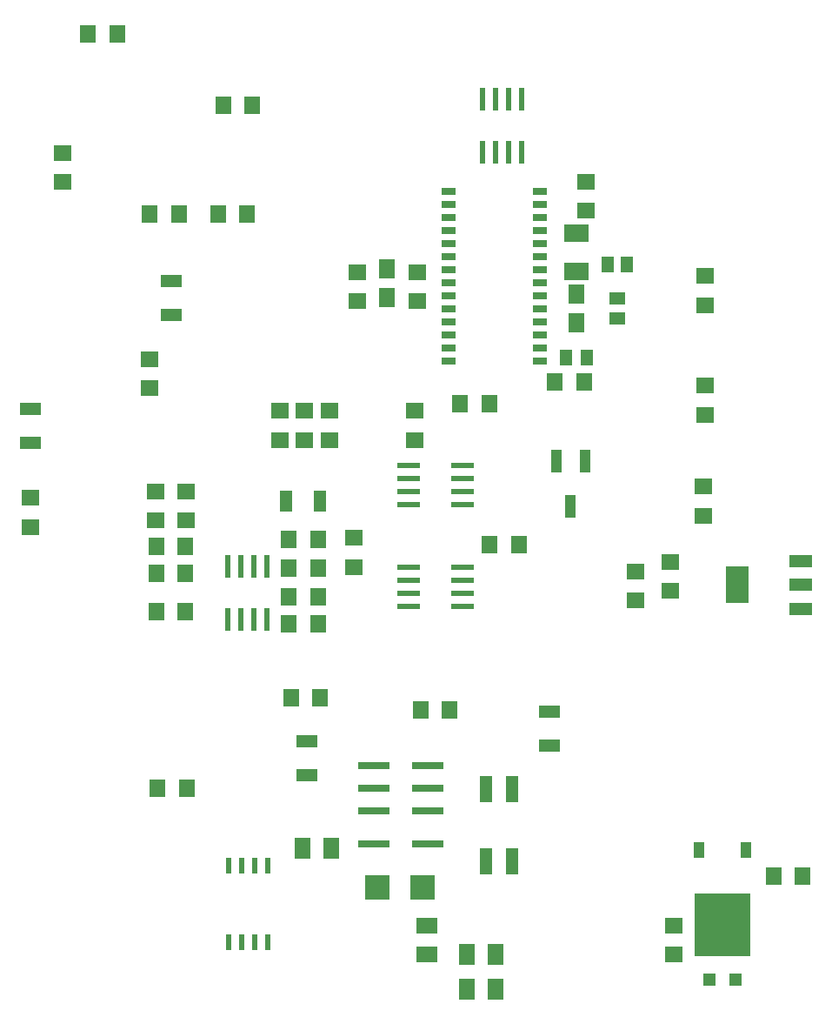
<source format=gbr>
G04 EAGLE Gerber X2 export*
%TF.Part,Single*%
%TF.FileFunction,Other,Other*%
%TF.FilePolarity,Positive*%
%TF.GenerationSoftware,Autodesk,EAGLE,9.2.0*%
%TF.CreationDate,2018-10-30T14:29:23Z*%
G75*
%MOMM*%
%FSLAX34Y34*%
%LPD*%
%INSTENCIL_OUT*%
%IPPOS*%
%AMOC8*
5,1,8,0,0,1.08239X$1,22.5*%
G01*
%ADD10R,1.500000X1.300000*%
%ADD11R,1.300000X1.500000*%
%ADD12R,1.500000X1.950000*%
%ADD13R,1.300000X1.600000*%
%ADD14R,0.600000X2.200000*%
%ADD15R,2.235200X1.219200*%
%ADD16R,2.200000X3.600000*%
%ADD17R,2.400000X1.700000*%
%ADD18R,1.600000X1.803000*%
%ADD19R,1.803000X1.600000*%
%ADD20R,1.422400X0.711200*%
%ADD21R,1.066800X2.184400*%
%ADD22R,0.533400X1.549400*%
%ADD23R,1.000000X1.600000*%
%ADD24R,5.400000X6.200000*%
%ADD25R,1.800000X1.600000*%
%ADD26R,1.600000X2.000000*%
%ADD27R,3.100000X0.800000*%
%ADD28R,1.270000X2.540000*%
%ADD29R,2.000000X1.600000*%
%ADD30R,2.209800X0.609600*%
%ADD31R,2.400000X2.400000*%
%ADD32R,1.270000X1.270000*%
%ADD33R,1.600000X1.800000*%
%ADD34R,2.032000X1.270000*%
%ADD35R,1.270000X2.032000*%


D10*
X665400Y689000D03*
X665400Y708000D03*
D11*
X656200Y741084D03*
X675200Y741084D03*
D12*
X626083Y684750D03*
X626083Y712250D03*
X441180Y709400D03*
X441180Y736900D03*
D13*
X636083Y650600D03*
X616083Y650600D03*
D14*
X572850Y902300D03*
X560150Y902300D03*
X547450Y902300D03*
X534750Y902300D03*
X534750Y850300D03*
X547450Y850300D03*
X560150Y850300D03*
X572850Y850300D03*
D15*
X844688Y406336D03*
X844688Y429450D03*
X844688Y452564D03*
D16*
X782710Y429450D03*
D17*
X626083Y771500D03*
X626083Y734500D03*
D18*
X604930Y627400D03*
X633370Y627400D03*
D19*
X412900Y705446D03*
X412900Y733886D03*
X635551Y822220D03*
X635551Y793780D03*
X209950Y649220D03*
X209950Y620780D03*
D18*
X310320Y896400D03*
X281880Y896400D03*
X178870Y966050D03*
X150430Y966050D03*
D19*
X125200Y821680D03*
X125200Y850120D03*
D18*
X210380Y790550D03*
X238820Y790550D03*
D19*
X245900Y520721D03*
X245900Y492281D03*
X216300Y492281D03*
X216300Y520721D03*
X751304Y594942D03*
X751304Y623382D03*
X94050Y514320D03*
X94050Y485880D03*
D18*
X276680Y790550D03*
X305120Y790550D03*
D19*
X337000Y599220D03*
X337000Y570780D03*
X749793Y496945D03*
X749793Y525385D03*
X751304Y701611D03*
X751304Y730051D03*
D18*
X474145Y307800D03*
X502585Y307800D03*
X374220Y417850D03*
X345780Y417850D03*
D19*
X470550Y705446D03*
X470550Y733886D03*
X385000Y598886D03*
X385000Y570446D03*
D20*
X590550Y711200D03*
X590550Y698500D03*
X590550Y736600D03*
X501650Y711200D03*
X590550Y685800D03*
X590550Y723900D03*
X590550Y774700D03*
X501650Y762000D03*
X501650Y698500D03*
X590550Y647700D03*
X501650Y647700D03*
X590550Y673100D03*
X501650Y749300D03*
X501650Y736600D03*
X501650Y723900D03*
X501650Y685800D03*
X501650Y673100D03*
X590550Y660400D03*
X501650Y660400D03*
X501650Y800100D03*
X501650Y787400D03*
X501650Y774700D03*
X590550Y812800D03*
X501650Y812800D03*
X590550Y800100D03*
X590550Y787400D03*
X590550Y762000D03*
X590550Y749300D03*
D21*
X634300Y549900D03*
X620300Y505900D03*
X606300Y549900D03*
D19*
X361000Y570446D03*
X361000Y598886D03*
D18*
X345780Y474161D03*
X374220Y474161D03*
D22*
X325200Y156334D03*
X312500Y156334D03*
X299800Y156334D03*
X287100Y156334D03*
X287100Y82166D03*
X299800Y82166D03*
X312500Y82166D03*
X325200Y82166D03*
D23*
X791100Y171700D03*
X745500Y171700D03*
D24*
X768300Y98700D03*
D25*
X720800Y97850D03*
X720800Y69850D03*
D26*
X387200Y173150D03*
X359200Y173150D03*
D27*
X481200Y177900D03*
X481200Y209900D03*
X481200Y231900D03*
X481200Y253900D03*
X428200Y177900D03*
X428200Y209900D03*
X428200Y231900D03*
X428200Y253900D03*
D28*
X538100Y160500D03*
X563500Y160500D03*
X563500Y230500D03*
X538100Y230500D03*
D26*
X518850Y69650D03*
X546850Y69650D03*
X546950Y36000D03*
X518950Y36000D03*
D29*
X480200Y97750D03*
X480200Y69750D03*
D25*
X683400Y414550D03*
X683400Y442550D03*
D30*
X462788Y446950D03*
X462788Y434250D03*
X462788Y421550D03*
X462788Y408850D03*
X515112Y408850D03*
X515112Y421550D03*
X515112Y434250D03*
X515112Y446950D03*
X462788Y546100D03*
X462788Y533400D03*
X462788Y520700D03*
X462788Y508000D03*
X515112Y508000D03*
X515112Y520700D03*
X515112Y533400D03*
X515112Y546100D03*
D31*
X475650Y135000D03*
X431650Y135000D03*
D32*
X780700Y45500D03*
X755300Y45500D03*
D18*
X541170Y605850D03*
X512730Y605850D03*
D19*
X409000Y475585D03*
X409000Y447145D03*
D18*
X374220Y446000D03*
X345780Y446000D03*
X570000Y469000D03*
X541560Y469000D03*
D25*
X717000Y424000D03*
X717000Y452000D03*
D18*
X245000Y404000D03*
X216560Y404000D03*
D19*
X468000Y599220D03*
X468000Y570780D03*
D33*
X818000Y146000D03*
X846000Y146000D03*
D18*
X347780Y320000D03*
X376220Y320000D03*
X217780Y232000D03*
X246220Y232000D03*
X245220Y467000D03*
X216780Y467000D03*
X245220Y441000D03*
X216780Y441000D03*
D33*
X346000Y392000D03*
X374000Y392000D03*
D14*
X298650Y396000D03*
X298650Y448000D03*
X285950Y396000D03*
X311350Y396000D03*
X324050Y396000D03*
X285950Y448000D03*
X311350Y448000D03*
X324050Y448000D03*
D34*
X231000Y692490D03*
X231000Y725510D03*
X94000Y600510D03*
X94000Y567490D03*
D35*
X376510Y511000D03*
X343490Y511000D03*
D34*
X363000Y277510D03*
X363000Y244490D03*
X600000Y306510D03*
X600000Y273490D03*
M02*

</source>
